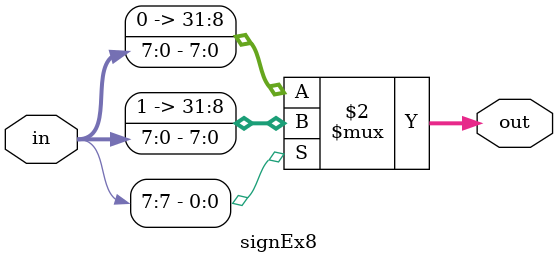
<source format=v>
/***************************************************
 * Modulo: signEx16
 * Projeto: mips32
 * Descrição: Extende o sinal de um numero de 16 para
 * 32 bits.
 ***************************************************/
module signEx8(in, out);
	input[7:0] in;
	output[31:0] out;
			
	assign out = (in[7]==1'b1) ? {24'b111111111111111111111111, in} : {24'b000000000000000000000000, in};
endmodule
</source>
